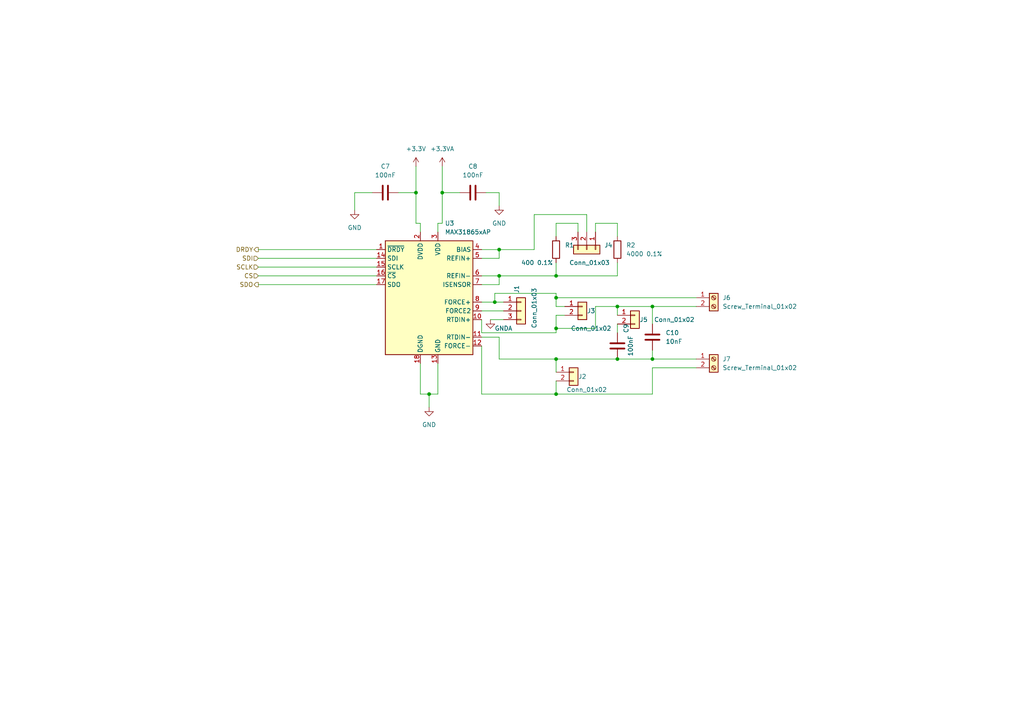
<source format=kicad_sch>
(kicad_sch (version 20211123) (generator eeschema)
  (paper "A4")
  (lib_symbols
    (symbol "Connector:Screw_Terminal_01x02" (pin_names (offset 1.016) hide)
      (property "Reference" "J" (at 0 2.54 0))
      (property "Value" "Screw_Terminal_01x02" (at 0 -5.08 0))
      (symbol "Screw_Terminal_01x02_1_1"
        (rectangle (start -1.27 1.27) (end 1.27 -3.81) (stroke (width 0.254)) (fill (type background)))
        (circle (center 0 -2.54) (radius 0.635) (stroke (width 0.1524)))
        (polyline (pts (xy -0.5334 -2.2098) (xy 0.3302 -3.048)) (stroke (width 0.1524)))
        (polyline (pts (xy -0.5334 0.3302) (xy 0.3302 -0.508)) (stroke (width 0.1524)))
        (polyline (pts (xy -0.3556 -2.032) (xy 0.508 -2.8702)) (stroke (width 0.1524)))
        (polyline (pts (xy -0.3556 0.508) (xy 0.508 -0.3302)) (stroke (width 0.1524)))
        (circle (center 0 0) (radius 0.635) (stroke (width 0.1524)))
        (pin passive line (at -5.08 0 0) (length 3.81) (name "Pin_1") (number "1"))
        (pin passive line (at -5.08 -2.54 0) (length 3.81) (name "Pin_2") (number "2"))
      )
    )
    (symbol "Connector_Generic:Conn_01x02" (pin_names (offset 1.016) hide)
      (property "Reference" "J" (at 0 2.54 0))
      (property "Value" "Conn_01x02" (at 0 -5.08 0))
      (symbol "Conn_01x02_1_1"
        (rectangle (start -1.27 -2.413) (end 0 -2.667) (stroke (width 0.1524)))
        (rectangle (start -1.27 0.127) (end 0 -0.127) (stroke (width 0.1524)))
        (rectangle (start -1.27 1.27) (end 1.27 -3.81) (stroke (width 0.254)) (fill (type background)))
        (pin passive line (at -5.08 0 0) (length 3.81) (name "Pin_1") (number "1"))
        (pin passive line (at -5.08 -2.54 0) (length 3.81) (name "Pin_2") (number "2"))
      )
    )
    (symbol "Connector_Generic:Conn_01x03" (pin_names (offset 1.016) hide)
      (property "Reference" "J" (at 0 5.08 0))
      (property "Value" "Conn_01x03" (at 0 -5.08 0))
      (symbol "Conn_01x03_1_1"
        (rectangle (start -1.27 -2.413) (end 0 -2.667) (stroke (width 0.1524)))
        (rectangle (start -1.27 0.127) (end 0 -0.127) (stroke (width 0.1524)))
        (rectangle (start -1.27 2.667) (end 0 2.413) (stroke (width 0.1524)))
        (rectangle (start -1.27 3.81) (end 1.27 -3.81) (stroke (width 0.254)) (fill (type background)))
        (pin passive line (at -5.08 2.54 0) (length 3.81) (name "Pin_1") (number "1"))
        (pin passive line (at -5.08 0 0) (length 3.81) (name "Pin_2") (number "2"))
        (pin passive line (at -5.08 -2.54 0) (length 3.81) (name "Pin_3") (number "3"))
      )
    )
    (symbol "Device:C" (pin_numbers hide) (pin_names (offset 0.254))
      (property "Reference" "C" (at 0.635 2.54 0))
      (property "Value" "C" (at 0.635 -2.54 0))
      (symbol "C_0_1"
        (polyline (pts (xy -2.032 -0.762) (xy 2.032 -0.762)) (stroke (width 0.508)))
        (polyline (pts (xy -2.032 0.762) (xy 2.032 0.762)) (stroke (width 0.508)))
      )
      (symbol "C_1_1"
        (pin passive line (at 0 3.81 270) (length 2.794) (name "~") (number "1"))
        (pin passive line (at 0 -3.81 90) (length 2.794) (name "~") (number "2"))
      )
    )
    (symbol "Device:R" (pin_numbers hide) (pin_names (offset 0))
      (property "Reference" "R" (at 2.032 0 90))
      (property "Value" "R" (at 0 0 90))
      (symbol "R_0_1"
        (rectangle (start -1.016 -2.54) (end 1.016 2.54) (stroke (width 0.254)))
      )
      (symbol "R_1_1"
        (pin passive line (at 0 3.81 270) (length 1.27) (name "~") (number "1"))
        (pin passive line (at 0 -3.81 90) (length 1.27) (name "~") (number "2"))
      )
    )
    (symbol "Sensor_Temperature:MAX31865xAP"
      (property "Reference" "U" (at -11.43 19.05 0))
      (property "Value" "MAX31865xAP" (at 10.16 19.05 0))
      (symbol "MAX31865xAP_0_1"
        (rectangle (start -12.7 17.78) (end 12.7 -15.24) (stroke (width 0.254)) (fill (type background)))
      )
      (symbol "MAX31865xAP_1_1"
        (pin output line (at -15.24 15.24 0) (length 2.54) (name "~{DRDY}") (number "1"))
        (pin input line (at 15.24 -5.08 180) (length 2.54) (name "RTDIN+") (number "10"))
        (pin input line (at 15.24 -10.16 180) (length 2.54) (name "RTDIN-") (number "11"))
        (pin power_out line (at 15.24 -12.7 180) (length 2.54) (name "FORCE-") (number "12"))
        (pin power_in line (at 2.54 -17.78 90) (length 2.54) (name "GND") (number "13"))
        (pin input line (at -15.24 12.7 0) (length 2.54) (name "SDI") (number "14"))
        (pin input line (at -15.24 10.16 0) (length 2.54) (name "SCLK") (number "15"))
        (pin input line (at -15.24 7.62 0) (length 2.54) (name "~{CS}") (number "16"))
        (pin tri_state line (at -15.24 5.08 0) (length 2.54) (name "SDO") (number "17"))
        (pin power_in line (at -2.54 -17.78 90) (length 2.54) (name "DGND") (number "18"))
        (pin passive line (at 2.54 -17.78 90) (length 2.54) hide (name "GND") (number "19"))
        (pin power_in line (at -2.54 20.32 270) (length 2.54) (name "DVDD") (number "2"))
        (pin no_connect line (at -12.7 -2.54 0) (length 2.54) hide (name "NC") (number "20"))
        (pin power_in line (at 2.54 20.32 270) (length 2.54) (name "VDD") (number "3"))
        (pin power_out line (at 15.24 15.24 180) (length 2.54) (name "BIAS") (number "4"))
        (pin input line (at 15.24 12.7 180) (length 2.54) (name "REFIN+") (number "5"))
        (pin input line (at 15.24 7.62 180) (length 2.54) (name "REFIN-") (number "6"))
        (pin passive line (at 15.24 5.08 180) (length 2.54) (name "ISENSOR") (number "7"))
        (pin passive line (at 15.24 0 180) (length 2.54) (name "FORCE+") (number "8"))
        (pin input line (at 15.24 -2.54 180) (length 2.54) (name "FORCE2") (number "9"))
      )
    )
    (symbol "power:+3.3V" (power) (pin_names (offset 0))
      (property "Value" "+3.3V" (at 0 3.556 0))
      (symbol "+3.3V_0_1"
        (polyline (pts (xy -0.762 1.27) (xy 0 2.54)))
        (polyline (pts (xy 0 0) (xy 0 2.54)))
        (polyline (pts (xy 0 2.54) (xy 0.762 1.27)))
      )
      (symbol "+3.3V_1_1"
        (pin power_in line (at 0 0 90) (length 0) hide (name "+3.3V") (number "1"))
      )
    )
    (symbol "power:+3.3VA" (power) (pin_names (offset 0))
      (property "Value" "+3.3VA" (at 0 3.556 0))
      (symbol "+3.3VA_0_1"
        (polyline (pts (xy -0.762 1.27) (xy 0 2.54)))
        (polyline (pts (xy 0 0) (xy 0 2.54)))
        (polyline (pts (xy 0 2.54) (xy 0.762 1.27)))
      )
      (symbol "+3.3VA_1_1"
        (pin power_in line (at 0 0 90) (length 0) hide (name "+3.3VA") (number "1"))
      )
    )
    (symbol "power:GND" (power) (pin_names (offset 0))
      (property "Value" "GND" (at 0 -3.81 0))
      (symbol "GND_0_1"
        (polyline (pts (xy 0 0) (xy 0 -1.27) (xy 1.27 -1.27) (xy 0 -2.54) (xy -1.27 -1.27) (xy 0 -1.27)))
      )
      (symbol "GND_1_1"
        (pin power_in line (at 0 0 270) (length 0) hide (name "GND") (number "1"))
      )
    )
    (symbol "power:GNDA" (power) (pin_names (offset 0))
      (property "Value" "GNDA" (at 0 -3.81 0))
      (symbol "GNDA_0_1"
        (polyline (pts (xy 0 0) (xy 0 -1.27) (xy 1.27 -1.27) (xy 0 -2.54) (xy -1.27 -1.27) (xy 0 -1.27)))
      )
      (symbol "GNDA_1_1"
        (pin power_in line (at 0 0 270) (length 0) hide (name "GNDA") (number "1"))
      )
    )
  )
  (junction (at 128.27 55.88))
  (junction (at 120.65 55.88))
  (junction (at 144.78 72.39))
  (junction (at 161.29 114.3))
  (junction (at 144.78 80.01))
  (junction (at 179.07 88.9))
  (junction (at 161.29 95.25))
  (junction (at 161.29 104.14))
  (junction (at 161.29 86.36))
  (junction (at 179.07 104.14))
  (junction (at 189.23 104.14))
  (junction (at 143.51 87.63))
  (junction (at 124.46 114.3))
  (junction (at 161.29 80.01))
  (junction (at 189.23 88.9))
  (wire (pts (xy 120.65 55.88) (xy 120.65 48.26)))
  (wire (pts (xy 161.29 80.01) (xy 179.07 80.01)))
  (wire (pts (xy 161.29 104.14) (xy 161.29 107.95)))
  (wire (pts (xy 189.23 104.14) (xy 201.93 104.14)))
  (wire (pts (xy 161.29 88.9) (xy 163.83 88.9)))
  (wire (pts (xy 172.72 67.31) (xy 172.72 64.77)))
  (wire (pts (xy 172.72 95.25) (xy 172.72 88.9)))
  (wire (pts (xy 139.7 87.63) (xy 143.51 87.63)))
  (wire (pts (xy 161.29 104.14) (xy 179.07 104.14)))
  (wire (pts (xy 144.78 74.93) (xy 144.78 72.39)))
  (wire (pts (xy 74.93 74.93) (xy 109.22 74.93)))
  (wire (pts (xy 172.72 64.77) (xy 179.07 64.77)))
  (wire (pts (xy 172.72 88.9) (xy 179.07 88.9)))
  (wire (pts (xy 154.94 72.39) (xy 154.94 62.23)))
  (wire (pts (xy 139.7 74.93) (xy 144.78 74.93)))
  (wire (pts (xy 124.46 114.3) (xy 124.46 118.11)))
  (wire (pts (xy 74.93 72.39) (xy 109.22 72.39)))
  (wire (pts (xy 121.92 114.3) (xy 124.46 114.3)))
  (wire (pts (xy 161.29 95.25) (xy 172.72 95.25)))
  (wire (pts (xy 170.18 62.23) (xy 170.18 67.31)))
  (wire (pts (xy 161.29 86.36) (xy 201.93 86.36)))
  (wire (pts (xy 128.27 48.26) (xy 128.27 55.88)))
  (wire (pts (xy 74.93 77.47) (xy 109.22 77.47)))
  (wire (pts (xy 144.78 55.88) (xy 144.78 59.69)))
  (wire (pts (xy 128.27 55.88) (xy 128.27 64.77)))
  (wire (pts (xy 189.23 106.68) (xy 201.93 106.68)))
  (wire (pts (xy 179.07 93.98) (xy 179.07 96.52)))
  (wire (pts (xy 179.07 104.14) (xy 189.23 104.14)))
  (wire (pts (xy 144.78 80.01) (xy 144.78 82.55)))
  (wire (pts (xy 121.92 64.77) (xy 120.65 64.77)))
  (wire (pts (xy 189.23 114.3) (xy 189.23 106.68)))
  (wire (pts (xy 139.7 90.17) (xy 146.05 90.17)))
  (wire (pts (xy 161.29 114.3) (xy 189.23 114.3)))
  (wire (pts (xy 144.78 72.39) (xy 139.7 72.39)))
  (wire (pts (xy 107.95 55.88) (xy 102.87 55.88)))
  (wire (pts (xy 127 105.41) (xy 127 114.3)))
  (wire (pts (xy 144.78 72.39) (xy 154.94 72.39)))
  (wire (pts (xy 179.07 80.01) (xy 179.07 76.2)))
  (wire (pts (xy 179.07 88.9) (xy 179.07 91.44)))
  (wire (pts (xy 161.29 110.49) (xy 161.29 114.3)))
  (wire (pts (xy 74.93 80.01) (xy 109.22 80.01)))
  (wire (pts (xy 139.7 97.79) (xy 144.78 97.79)))
  (wire (pts (xy 189.23 88.9) (xy 201.93 88.9)))
  (wire (pts (xy 161.29 88.9) (xy 161.29 86.36)))
  (wire (pts (xy 161.29 96.52) (xy 161.29 95.25)))
  (wire (pts (xy 121.92 67.31) (xy 121.92 64.77)))
  (wire (pts (xy 139.7 96.52) (xy 139.7 92.71)))
  (wire (pts (xy 167.64 64.77) (xy 167.64 67.31)))
  (wire (pts (xy 143.51 85.09) (xy 161.29 85.09)))
  (wire (pts (xy 179.07 88.9) (xy 189.23 88.9)))
  (wire (pts (xy 161.29 76.2) (xy 161.29 80.01)))
  (wire (pts (xy 120.65 55.88) (xy 120.65 64.77)))
  (wire (pts (xy 143.51 87.63) (xy 143.51 85.09)))
  (wire (pts (xy 189.23 88.9) (xy 189.23 93.98)))
  (wire (pts (xy 144.78 97.79) (xy 144.78 104.14)))
  (wire (pts (xy 139.7 96.52) (xy 161.29 96.52)))
  (wire (pts (xy 189.23 101.6) (xy 189.23 104.14)))
  (wire (pts (xy 161.29 64.77) (xy 167.64 64.77)))
  (wire (pts (xy 121.92 105.41) (xy 121.92 114.3)))
  (wire (pts (xy 115.57 55.88) (xy 120.65 55.88)))
  (wire (pts (xy 144.78 80.01) (xy 161.29 80.01)))
  (wire (pts (xy 139.7 114.3) (xy 161.29 114.3)))
  (wire (pts (xy 139.7 80.01) (xy 144.78 80.01)))
  (wire (pts (xy 127 64.77) (xy 128.27 64.77)))
  (wire (pts (xy 143.51 87.63) (xy 146.05 87.63)))
  (wire (pts (xy 140.97 55.88) (xy 144.78 55.88)))
  (wire (pts (xy 161.29 68.58) (xy 161.29 64.77)))
  (wire (pts (xy 154.94 62.23) (xy 170.18 62.23)))
  (wire (pts (xy 128.27 55.88) (xy 133.35 55.88)))
  (wire (pts (xy 161.29 85.09) (xy 161.29 86.36)))
  (wire (pts (xy 144.78 104.14) (xy 161.29 104.14)))
  (wire (pts (xy 127 114.3) (xy 124.46 114.3)))
  (wire (pts (xy 127 67.31) (xy 127 64.77)))
  (wire (pts (xy 74.93 82.55) (xy 109.22 82.55)))
  (wire (pts (xy 161.29 91.44) (xy 161.29 95.25)))
  (wire (pts (xy 139.7 82.55) (xy 144.78 82.55)))
  (wire (pts (xy 102.87 55.88) (xy 102.87 60.96)))
  (wire (pts (xy 179.07 64.77) (xy 179.07 68.58)))
  (wire (pts (xy 142.24 92.71) (xy 146.05 92.71)))
  (wire (pts (xy 139.7 114.3) (xy 139.7 100.33)))
  (wire (pts (xy 161.29 91.44) (xy 163.83 91.44)))
  (hierarchical_label "DRDY" (shape output) (at 74.93 72.39 180))
  (hierarchical_label "SCLK" (shape input) (at 74.93 77.47 180))
  (hierarchical_label "SDO" (shape output) (at 74.93 82.55 180))
  (hierarchical_label "SDI" (shape input) (at 74.93 74.93 180))
  (hierarchical_label "CS" (shape input) (at 74.93 80.01 180))
  (symbol (lib_id "Sensor_Temperature:MAX31865xAP") (at 124.46 87.63 0) (unit 1)
    (property "Reference" "U3" (at 129.0194 64.77 0) (effects (justify left)))
    (property "Value" "MAX31865xAP" (at 129.0194 67.31 0) (effects (justify left)))
    (property "Footprint" "Package_SO:SSOP-20_5.3x7.2mm_P0.65mm" (effects hide))
    (property "Datasheet" "https://datasheets.maximintegrated.com/en/ds/MAX31865.pdf" (effects hide))
  )
  (symbol (lib_id "Device:C") (at 111.76 55.88 90) (unit 1)
    (property "Reference" "C7" (at 111.76 48.26 90))
    (property "Value" "100nF" (at 111.76 50.8 90))
    (property "Footprint" "Capacitor_SMD:C_0805_2012Metric_Pad1.18x1.45mm_HandSolder" (effects hide))
  )
  (symbol (lib_id "Connector_Generic:Conn_01x03") (at 151.13 90.17 0) (unit 1)
    (property "Reference" "J1" (at 149.8599 85.09 90) (effects (justify left)))
    (property "Value" "Conn_01x03" (at 154.94 95.25 90) (effects (justify left)))
    (property "Footprint" "Connector_PinHeader_2.54mm:PinHeader_1x03_P2.54mm_Vertical" (effects hide))
  )
  (symbol (lib_id "power:GND") (at 144.78 59.69 0) (unit 1)
    (property "Reference" "#PWR021" (effects hide))
    (property "Value" "GND" (at 144.78 64.77 0))
  )
  (symbol (lib_id "Device:R") (at 161.29 72.39 0) (unit 1)
    (property "Reference" "R1" (at 163.83 71.1199 0) (effects (justify left)))
    (property "Value" "400 0.1%" (at 151.13 76.2 0) (effects (justify left)))
    (property "Footprint" "Resistor_SMD:R_0805_2012Metric_Pad1.20x1.40mm_HandSolder" (effects hide))
  )
  (symbol (lib_id "power:+3.3VA") (at 128.27 48.26 0) (unit 1)
    (property "Reference" "#PWR019" (effects hide))
    (property "Value" "+3.3VA" (at 128.27 43.18 0))
  )
  (symbol (lib_id "Connector_Generic:Conn_01x03") (at 170.18 72.39 270) (unit 1)
    (property "Reference" "J4" (at 175.26 71.1199 90) (effects (justify left)))
    (property "Value" "Conn_01x03" (at 165.1 76.2 90) (effects (justify left)))
    (property "Footprint" "Connector_PinHeader_2.54mm:PinHeader_1x03_P2.54mm_Vertical" (effects hide))
  )
  (symbol (lib_id "power:GNDA") (at 142.24 92.71 0) (unit 1)
    (property "Reference" "#PWR020" (effects hide))
    (property "Value" "GNDA" (at 146.05 95.25 0))
  )
  (symbol (lib_id "Device:C") (at 179.07 100.33 180) (unit 1)
    (property "Reference" "C9" (at 181.61 95.25 90))
    (property "Value" "100nF" (at 182.88 100.33 90))
    (property "Footprint" "Capacitor_SMD:C_0805_2012Metric_Pad1.18x1.45mm_HandSolder" (effects hide))
  )
  (symbol (lib_id "Connector:Screw_Terminal_01x02") (at 207.01 104.14 0) (unit 1)
    (property "Reference" "J7" (at 209.55 104.1399 0) (effects (justify left)))
    (property "Value" "Screw_Terminal_01x02" (at 209.55 106.6799 0) (effects (justify left)))
    (property "Footprint" "TerminalBlock_Phoenix:TerminalBlock_Phoenix_MPT-0,5-2-2.54_1x02_P2.54mm_Horizontal" (effects hide))
  )
  (symbol (lib_id "power:+3.3V") (at 120.65 48.26 0) (unit 1)
    (property "Reference" "#PWR017" (effects hide))
    (property "Value" "+3.3V" (at 120.65 43.18 0))
  )
  (symbol (lib_id "Connector:Screw_Terminal_01x02") (at 207.01 86.36 0) (unit 1)
    (property "Reference" "J6" (at 209.55 86.3599 0) (effects (justify left)))
    (property "Value" "Screw_Terminal_01x02" (at 209.55 88.8999 0) (effects (justify left)))
    (property "Footprint" "TerminalBlock_Phoenix:TerminalBlock_Phoenix_MPT-0,5-2-2.54_1x02_P2.54mm_Horizontal" (effects hide))
  )
  (symbol (lib_id "Connector_Generic:Conn_01x02") (at 168.91 88.9 0) (unit 1)
    (property "Reference" "J3" (at 171.45 90.17 0))
    (property "Value" "Conn_01x02" (at 171.45 95.25 0))
    (property "Footprint" "Connector_PinHeader_2.54mm:PinHeader_1x02_P2.54mm_Vertical" (effects hide))
  )
  (symbol (lib_id "power:GND") (at 124.46 118.11 0) (unit 1)
    (property "Reference" "#PWR018" (effects hide))
    (property "Value" "GND" (at 124.46 123.19 0))
  )
  (symbol (lib_id "Connector_Generic:Conn_01x02") (at 184.15 91.44 0) (unit 1)
    (property "Reference" "J5" (at 186.69 92.71 0))
    (property "Value" "Conn_01x02" (at 195.58 92.71 0))
    (property "Footprint" "Connector_PinHeader_2.54mm:PinHeader_1x02_P2.54mm_Vertical" (effects hide))
  )
  (symbol (lib_id "Device:C") (at 137.16 55.88 90) (unit 1)
    (property "Reference" "C8" (at 137.16 48.26 90))
    (property "Value" "100nF" (at 137.16 50.8 90))
    (property "Footprint" "Capacitor_SMD:C_0805_2012Metric_Pad1.18x1.45mm_HandSolder" (effects hide))
  )
  (symbol (lib_id "Device:R") (at 179.07 72.39 0) (unit 1)
    (property "Reference" "R2" (at 181.61 71.1199 0) (effects (justify left)))
    (property "Value" "4000 0.1%" (at 181.61 73.6599 0) (effects (justify left)))
    (property "Footprint" "Resistor_SMD:R_0805_2012Metric_Pad1.20x1.40mm_HandSolder" (effects hide))
  )
  (symbol (lib_id "power:GND") (at 102.87 60.96 0) (unit 1)
    (property "Reference" "#PWR016" (effects hide))
    (property "Value" "GND" (at 102.87 66.04 0))
  )
  (symbol (lib_id "Device:C") (at 189.23 97.79 180) (unit 1)
    (property "Reference" "C10" (at 193.04 96.5199 0) (effects (justify right)))
    (property "Value" "10nF" (at 193.04 99.0599 0) (effects (justify right)))
    (property "Footprint" "Capacitor_SMD:C_0805_2012Metric_Pad1.18x1.45mm_HandSolder" (effects hide))
  )
  (symbol (lib_id "Connector_Generic:Conn_01x02") (at 166.37 107.95 0) (unit 1)
    (property "Reference" "J2" (at 168.91 109.22 0))
    (property "Value" "Conn_01x02" (at 170.18 113.03 0))
    (property "Footprint" "Connector_PinHeader_2.54mm:PinHeader_1x02_P2.54mm_Vertical" (effects hide))
  )
)
</source>
